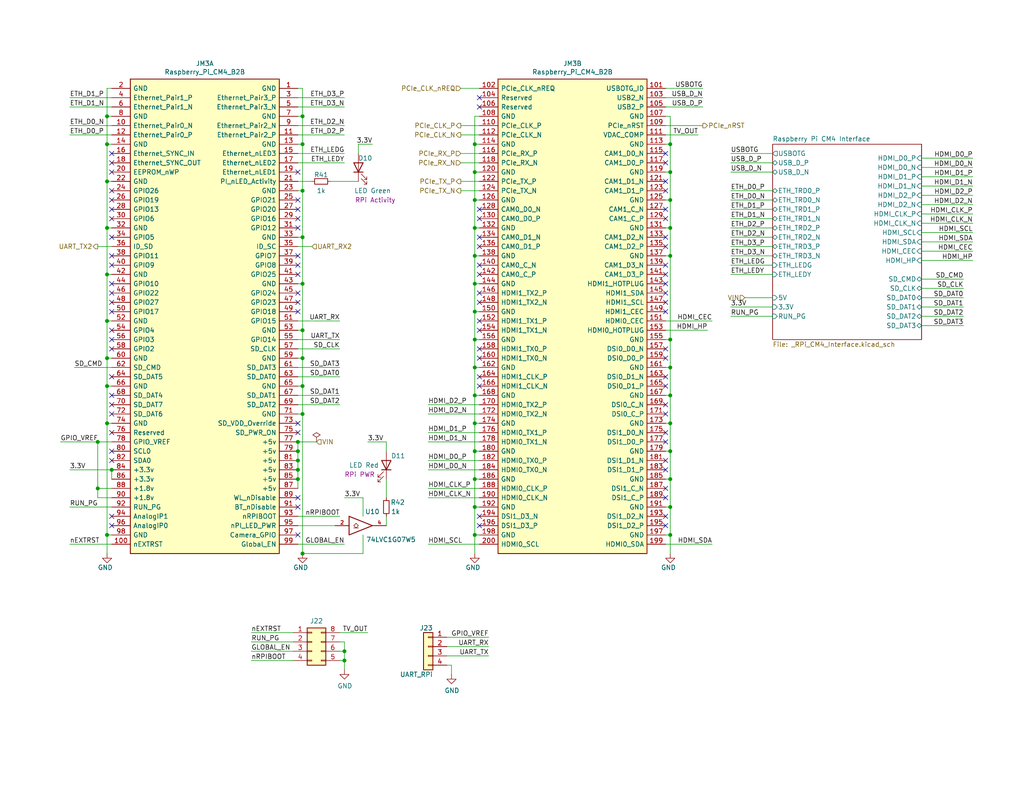
<source format=kicad_sch>
(kicad_sch (version 20211123) (generator eeschema)
  (paper "USLetter")
  (title_block (title "Raspberry Pi CM4 B2B connectors") (date "2021-05-13") (rev "1.0"))
  (lib_symbols
    (symbol "74xGxx:74LVC1G07" (pin_names (offset 1.016))
      (property "Reference" "U" (at -2.54 3.81 0))
      (property "Value" "74LVC1G07" (at 0 -3.81 0))
      (symbol "74LVC1G07_0_1"
        (polyline (pts (xy -2.54 -0.635) (xy -1.27 -0.635)))
        (polyline (pts (xy -3.81 2.54) (xy -3.81 -2.54) (xy 2.54 0) (xy -3.81 2.54)) (stroke (width 0.254)))
        (polyline (pts (xy -1.905 0.635) (xy -2.54 0) (xy -1.905 -0.635) (xy -1.27 0) (xy -1.905 0.635)))
      )
      (symbol "74LVC1G07_1_1"
        (pin input line (at -7.62 0 0) (length 3.81) (name "~") (number "2"))
        (pin power_in line (at 0 -2.54 270) (length 0) hide (name "GND") (number "3"))
        (pin open_collector line (at 6.35 0 180) (length 3.81) (name "~") (number "4"))
        (pin power_in line (at 0 2.54 90) (length 0) hide (name "VCC") (number "5"))
      )
    )
    (symbol "Connector_Generic:Conn_01x04" (pin_names (offset 1.016) hide)
      (property "Reference" "J" (at 0 5.08 0))
      (property "Value" "Conn_01x04" (at 0 -7.62 0))
      (symbol "Conn_01x04_1_1"
        (rectangle (start -1.27 -4.953) (end 0 -5.207) (stroke (width 0.1524)))
        (rectangle (start -1.27 -2.413) (end 0 -2.667) (stroke (width 0.1524)))
        (rectangle (start -1.27 0.127) (end 0 -0.127) (stroke (width 0.1524)))
        (rectangle (start -1.27 2.667) (end 0 2.413) (stroke (width 0.1524)))
        (rectangle (start -1.27 3.81) (end 1.27 -6.35) (stroke (width 0.254)) (fill (type background)))
        (pin passive line (at -5.08 2.54 0) (length 3.81) (name "Pin_1") (number "1"))
        (pin passive line (at -5.08 0 0) (length 3.81) (name "Pin_2") (number "2"))
        (pin passive line (at -5.08 -2.54 0) (length 3.81) (name "Pin_3") (number "3"))
        (pin passive line (at -5.08 -5.08 0) (length 3.81) (name "Pin_4") (number "4"))
      )
    )
    (symbol "Connector_Generic:Conn_02x04_Counter_Clockwise" (pin_names (offset 1.016) hide)
      (property "Reference" "J" (at 1.27 5.08 0))
      (property "Value" "Conn_02x04_Counter_Clockwise" (at 1.27 -7.62 0))
      (symbol "Conn_02x04_Counter_Clockwise_1_1"
        (rectangle (start -1.27 -4.953) (end 0 -5.207) (stroke (width 0.1524)))
        (rectangle (start -1.27 -2.413) (end 0 -2.667) (stroke (width 0.1524)))
        (rectangle (start -1.27 0.127) (end 0 -0.127) (stroke (width 0.1524)))
        (rectangle (start -1.27 2.667) (end 0 2.413) (stroke (width 0.1524)))
        (rectangle (start -1.27 3.81) (end 3.81 -6.35) (stroke (width 0.254)) (fill (type background)))
        (rectangle (start 3.81 -4.953) (end 2.54 -5.207) (stroke (width 0.1524)))
        (rectangle (start 3.81 -2.413) (end 2.54 -2.667) (stroke (width 0.1524)))
        (rectangle (start 3.81 0.127) (end 2.54 -0.127) (stroke (width 0.1524)))
        (rectangle (start 3.81 2.667) (end 2.54 2.413) (stroke (width 0.1524)))
        (pin passive line (at -5.08 2.54 0) (length 3.81) (name "Pin_1") (number "1"))
        (pin passive line (at -5.08 0 0) (length 3.81) (name "Pin_2") (number "2"))
        (pin passive line (at -5.08 -2.54 0) (length 3.81) (name "Pin_3") (number "3"))
        (pin passive line (at -5.08 -5.08 0) (length 3.81) (name "Pin_4") (number "4"))
        (pin passive line (at 7.62 -5.08 180) (length 3.81) (name "Pin_5") (number "5"))
        (pin passive line (at 7.62 -2.54 180) (length 3.81) (name "Pin_6") (number "6"))
        (pin passive line (at 7.62 0 180) (length 3.81) (name "Pin_7") (number "7"))
        (pin passive line (at 7.62 2.54 180) (length 3.81) (name "Pin_8") (number "8"))
      )
    )
    (symbol "Device:LED" (pin_numbers hide) (pin_names (offset 1.016) hide)
      (property "Reference" "D" (at 0 2.54 0))
      (property "Value" "LED" (at 0 -2.54 0))
      (symbol "LED_0_1"
        (polyline (pts (xy -1.27 -1.27) (xy -1.27 1.27)) (stroke (width 0.254)))
        (polyline (pts (xy -1.27 0) (xy 1.27 0)))
        (polyline (pts (xy 1.27 -1.27) (xy 1.27 1.27) (xy -1.27 0) (xy 1.27 -1.27)) (stroke (width 0.254)))
        (polyline (pts (xy -3.048 -0.762) (xy -4.572 -2.286) (xy -3.81 -2.286) (xy -4.572 -2.286) (xy -4.572 -1.524)))
        (polyline (pts (xy -1.778 -0.762) (xy -3.302 -2.286) (xy -2.54 -2.286) (xy -3.302 -2.286) (xy -3.302 -1.524)))
      )
      (symbol "LED_1_1"
        (pin passive line (at -3.81 0 0) (length 2.54) (name "K") (number "1"))
        (pin passive line (at 3.81 0 180) (length 2.54) (name "A") (number "2"))
      )
    )
    (symbol "Device:R_Small" (pin_numbers hide) (pin_names (offset 0.254) hide)
      (property "Reference" "R" (at 0.762 0.508 0))
      (property "Value" "R_Small" (at 0.762 -1.016 0))
      (symbol "R_Small_0_1"
        (rectangle (start -0.762 1.778) (end 0.762 -1.778) (stroke (width 0.2032)))
      )
      (symbol "R_Small_1_1"
        (pin passive line (at 0 2.54 270) (length 0.762) (name "~") (number "1"))
        (pin passive line (at 0 -2.54 90) (length 0.762) (name "~") (number "2"))
      )
    )
    (symbol "ProjectLib:Raspberry_Pi_CM4_B2B" (pin_names (offset 0.762))
      (property "Reference" "JM" (at 5.08 5.08 0))
      (property "Value" "Raspberry_Pi_CM4_B2B" (at 1.27 -128.27 0))
      (symbol "Raspberry_Pi_CM4_B2B_1_0"
        (rectangle (start 5.08 2.54) (end 45.72 -127) (stroke (width 0.254)) (fill (type background)))
      )
      (symbol "Raspberry_Pi_CM4_B2B_1_1"
        (pin power_in line (at 50.8 0 180) (length 5.08) (name "GND") (number "1"))
        (pin passive line (at 0 -10.16 0) (length 5.08) (name "Ethernet_Pair0_N") (number "10"))
        (pin output line (at 0 -124.46 0) (length 5.08) (name "nEXTRST") (number "100"))
        (pin passive line (at 50.8 -12.7 180) (length 5.08) (name "Ethernet_Pair2_P") (number "11"))
        (pin passive line (at 0 -12.7 0) (length 5.08) (name "Ethernet_Pair0_P") (number "12"))
        (pin power_in line (at 50.8 -15.24 180) (length 5.08) (name "GND") (number "13"))
        (pin power_in line (at 0 -15.24 0) (length 5.08) (name "GND") (number "14"))
        (pin open_collector line (at 50.8 -17.78 180) (length 5.08) (name "Ethernet_nLED3") (number "15"))
        (pin passive line (at 0 -17.78 0) (length 5.08) (name "Ethernet_SYNC_IN") (number "16"))
        (pin open_collector line (at 50.8 -20.32 180) (length 5.08) (name "Ethernet_nLED2") (number "17"))
        (pin passive line (at 0 -20.32 0) (length 5.08) (name "Ethernet_SYNC_OUT") (number "18"))
        (pin open_collector line (at 50.8 -22.86 180) (length 5.08) (name "Ethernet_nLED1") (number "19"))
        (pin power_in line (at 0 0 0) (length 5.08) (name "GND") (number "2"))
        (pin passive line (at 0 -22.86 0) (length 5.08) (name "EEPROM_nWP") (number "20"))
        (pin passive line (at 50.8 -25.4 180) (length 5.08) (name "PI_nLED_Activity") (number "21"))
        (pin power_in line (at 0 -25.4 0) (length 5.08) (name "GND") (number "22"))
        (pin power_in line (at 50.8 -27.94 180) (length 5.08) (name "GND") (number "23"))
        (pin passive line (at 0 -27.94 0) (length 5.08) (name "GPIO26") (number "24"))
        (pin passive line (at 50.8 -30.48 180) (length 5.08) (name "GPIO21") (number "25"))
        (pin passive line (at 0 -30.48 0) (length 5.08) (name "GPIO19") (number "26"))
        (pin passive line (at 50.8 -33.02 180) (length 5.08) (name "GPIO20") (number "27"))
        (pin passive line (at 0 -33.02 0) (length 5.08) (name "GPIO13") (number "28"))
        (pin passive line (at 50.8 -35.56 180) (length 5.08) (name "GPIO16") (number "29"))
        (pin passive line (at 50.8 -2.54 180) (length 5.08) (name "Ethernet_Pair3_P") (number "3"))
        (pin passive line (at 0 -35.56 0) (length 5.08) (name "GPIO6") (number "30"))
        (pin passive line (at 50.8 -38.1 180) (length 5.08) (name "GPIO12") (number "31"))
        (pin power_in line (at 0 -38.1 0) (length 5.08) (name "GND") (number "32"))
        (pin power_in line (at 50.8 -40.64 180) (length 5.08) (name "GND") (number "33"))
        (pin passive line (at 0 -40.64 0) (length 5.08) (name "GPIO5") (number "34"))
        (pin passive line (at 50.8 -43.18 180) (length 5.08) (name "ID_SC") (number "35"))
        (pin passive line (at 0 -43.18 0) (length 5.08) (name "ID_SD") (number "36"))
        (pin passive line (at 50.8 -45.72 180) (length 5.08) (name "GPIO7") (number "37"))
        (pin passive line (at 0 -45.72 0) (length 5.08) (name "GPIO11") (number "38"))
        (pin passive line (at 50.8 -48.26 180) (length 5.08) (name "GPIO8") (number "39"))
        (pin passive line (at 0 -2.54 0) (length 5.08) (name "Ethernet_Pair1_P") (number "4"))
        (pin passive line (at 0 -48.26 0) (length 5.08) (name "GPIO9") (number "40"))
        (pin passive line (at 50.8 -50.8 180) (length 5.08) (name "GPIO25") (number "41"))
        (pin power_in line (at 0 -50.8 0) (length 5.08) (name "GND") (number "42"))
        (pin power_in line (at 50.8 -53.34 180) (length 5.08) (name "GND") (number "43"))
        (pin passive line (at 0 -53.34 0) (length 5.08) (name "GPIO10") (number "44"))
        (pin passive line (at 50.8 -55.88 180) (length 5.08) (name "GPIO24") (number "45"))
        (pin passive line (at 0 -55.88 0) (length 5.08) (name "GPIO22") (number "46"))
        (pin passive line (at 50.8 -58.42 180) (length 5.08) (name "GPIO23") (number "47"))
        (pin passive line (at 0 -58.42 0) (length 5.08) (name "GPIO27") (number "48"))
        (pin passive line (at 50.8 -60.96 180) (length 5.08) (name "GPIO18") (number "49"))
        (pin passive line (at 50.8 -5.08 180) (length 5.08) (name "Ethernet_Pair3_N") (number "5"))
        (pin passive line (at 0 -60.96 0) (length 5.08) (name "GPIO17") (number "50"))
        (pin passive line (at 50.8 -63.5 180) (length 5.08) (name "GPIO15") (number "51"))
        (pin power_in line (at 0 -63.5 0) (length 5.08) (name "GND") (number "52"))
        (pin power_in line (at 50.8 -66.04 180) (length 5.08) (name "GND") (number "53"))
        (pin passive line (at 0 -66.04 0) (length 5.08) (name "GPIO4") (number "54"))
        (pin passive line (at 50.8 -68.58 180) (length 5.08) (name "GPIO14") (number "55"))
        (pin passive line (at 0 -68.58 0) (length 5.08) (name "GPIO3") (number "56"))
        (pin passive line (at 50.8 -71.12 180) (length 5.08) (name "SD_CLK") (number "57"))
        (pin passive line (at 0 -71.12 0) (length 5.08) (name "GPIO2") (number "58"))
        (pin power_in line (at 50.8 -73.66 180) (length 5.08) (name "GND") (number "59"))
        (pin passive line (at 0 -5.08 0) (length 5.08) (name "Ethernet_Pair1_N") (number "6"))
        (pin power_in line (at 0 -73.66 0) (length 5.08) (name "GND") (number "60"))
        (pin passive line (at 50.8 -76.2 180) (length 5.08) (name "SD_DAT3") (number "61"))
        (pin passive line (at 0 -76.2 0) (length 5.08) (name "SD_CMD") (number "62"))
        (pin passive line (at 50.8 -78.74 180) (length 5.08) (name "SD_DAT0") (number "63"))
        (pin passive line (at 0 -78.74 0) (length 5.08) (name "SD_DAT5") (number "64"))
        (pin power_in line (at 50.8 -81.28 180) (length 5.08) (name "GND") (number "65"))
        (pin power_in line (at 0 -81.28 0) (length 5.08) (name "GND") (number "66"))
        (pin passive line (at 50.8 -83.82 180) (length 5.08) (name "SD_DAT1") (number "67"))
        (pin passive line (at 0 -83.82 0) (length 5.08) (name "SD_DAT4") (number "68"))
        (pin passive line (at 50.8 -86.36 180) (length 5.08) (name "SD_DAT2") (number "69"))
        (pin power_in line (at 50.8 -7.62 180) (length 5.08) (name "GND") (number "7"))
        (pin passive line (at 0 -86.36 0) (length 5.08) (name "SD_DAT7") (number "70"))
        (pin power_in line (at 50.8 -88.9 180) (length 5.08) (name "GND") (number "71"))
        (pin passive line (at 0 -88.9 0) (length 5.08) (name "SD_DAT6") (number "72"))
        (pin passive line (at 50.8 -91.44 180) (length 5.08) (name "SD_VDD_Override") (number "73"))
        (pin power_in line (at 0 -91.44 0) (length 5.08) (name "GND") (number "74"))
        (pin passive line (at 50.8 -93.98 180) (length 5.08) (name "SD_PWR_ON") (number "75"))
        (pin passive line (at 0 -93.98 0) (length 5.08) (name "Reserved") (number "76"))
        (pin power_in line (at 50.8 -96.52 180) (length 5.08) (name "+5v") (number "77"))
        (pin input line (at 0 -96.52 0) (length 5.08) (name "GPIO_VREF") (number "78"))
        (pin power_in line (at 50.8 -99.06 180) (length 5.08) (name "+5v") (number "79"))
        (pin power_in line (at 0 -7.62 0) (length 5.08) (name "GND") (number "8"))
        (pin passive line (at 0 -99.06 0) (length 5.08) (name "SCL0") (number "80"))
        (pin power_in line (at 50.8 -101.6 180) (length 5.08) (name "+5v") (number "81"))
        (pin passive line (at 0 -101.6 0) (length 5.08) (name "SDA0") (number "82"))
        (pin power_in line (at 50.8 -104.14 180) (length 5.08) (name "+5v") (number "83"))
        (pin power_out line (at 0 -104.14 0) (length 5.08) (name "+3.3v") (number "84"))
        (pin power_in line (at 50.8 -106.68 180) (length 5.08) (name "+5v") (number "85"))
        (pin passive line (at 0 -106.68 0) (length 5.08) (name "+3.3v") (number "86"))
        (pin power_in line (at 50.8 -109.22 180) (length 5.08) (name "+5v") (number "87"))
        (pin power_out line (at 0 -109.22 0) (length 5.08) (name "+1.8v") (number "88"))
        (pin passive line (at 50.8 -111.76 180) (length 5.08) (name "WL_nDisable") (number "89"))
        (pin passive line (at 50.8 -10.16 180) (length 5.08) (name "Ethernet_Pair2_N") (number "9"))
        (pin passive line (at 0 -111.76 0) (length 5.08) (name "+1.8v") (number "90"))
        (pin passive line (at 50.8 -114.3 180) (length 5.08) (name "BT_nDisable") (number "91"))
        (pin passive line (at 0 -114.3 0) (length 5.08) (name "RUN_PG") (number "92"))
        (pin passive line (at 50.8 -116.84 180) (length 5.08) (name "nRPIBOOT") (number "93"))
        (pin passive line (at 0 -116.84 0) (length 5.08) (name "AnalogIP1") (number "94"))
        (pin passive line (at 50.8 -119.38 180) (length 5.08) (name "nPI_LED_PWR") (number "95"))
        (pin passive line (at 0 -119.38 0) (length 5.08) (name "AnalogIP0") (number "96"))
        (pin passive line (at 50.8 -121.92 180) (length 5.08) (name "Camera_GPIO") (number "97"))
        (pin power_in line (at 0 -121.92 0) (length 5.08) (name "GND") (number "98"))
        (pin passive line (at 50.8 -124.46 180) (length 5.08) (name "Global_EN") (number "99"))
      )
      (symbol "Raspberry_Pi_CM4_B2B_2_0"
        (rectangle (start 5.08 2.54) (end 45.72 -127) (stroke (width 0.254)) (fill (type background)))
      )
      (symbol "Raspberry_Pi_CM4_B2B_2_1"
        (pin input line (at 50.8 0 180) (length 5.08) (name "USBOTG_ID") (number "101"))
        (pin input line (at 0 0 0) (length 5.08) (name "PCIe_CLK_nREQ") (number "102"))
        (pin passive line (at 50.8 -2.54 180) (length 5.08) (name "USB2_N") (number "103"))
        (pin passive line (at 0 -2.54 0) (length 5.08) (name "Reserved") (number "104"))
        (pin passive line (at 50.8 -5.08 180) (length 5.08) (name "USB2_P") (number "105"))
        (pin passive line (at 0 -5.08 0) (length 5.08) (name "Reserved") (number "106"))
        (pin power_in line (at 50.8 -7.62 180) (length 5.08) (name "GND") (number "107"))
        (pin power_in line (at 0 -7.62 0) (length 5.08) (name "GND") (number "108"))
        (pin input line (at 50.8 -10.16 180) (length 5.08) (name "PCIe_nRST") (number "109"))
        (pin output line (at 0 -10.16 0) (length 5.08) (name "PCIe_CLK_P") (number "110"))
        (pin passive line (at 50.8 -12.7 180) (length 5.08) (name "VDAC_COMP") (number "111"))
        (pin output line (at 0 -12.7 0) (length 5.08) (name "PCIe_CLK_N") (number "112"))
        (pin power_in line (at 50.8 -15.24 180) (length 5.08) (name "GND") (number "113"))
        (pin power_in line (at 0 -15.24 0) (length 5.08) (name "GND") (number "114"))
        (pin input line (at 50.8 -17.78 180) (length 5.08) (name "CAM1_D0_N") (number "115"))
        (pin input line (at 0 -17.78 0) (length 5.08) (name "PCIe_RX_P") (number "116"))
        (pin input line (at 50.8 -20.32 180) (length 5.08) (name "CAM1_D0_P") (number "117"))
        (pin input line (at 0 -20.32 0) (length 5.08) (name "PCIe_RX_N") (number "118"))
        (pin power_in line (at 50.8 -22.86 180) (length 5.08) (name "GND") (number "119"))
        (pin power_in line (at 0 -22.86 0) (length 5.08) (name "GND") (number "120"))
        (pin input line (at 50.8 -25.4 180) (length 5.08) (name "CAM1_D1_N") (number "121"))
        (pin output line (at 0 -25.4 0) (length 5.08) (name "PCIe_TX_P") (number "122"))
        (pin input line (at 50.8 -27.94 180) (length 5.08) (name "CAM1_D1_P") (number "123"))
        (pin output line (at 0 -27.94 0) (length 5.08) (name "PCIe_TX_N") (number "124"))
        (pin power_in line (at 50.8 -30.48 180) (length 5.08) (name "GND") (number "125"))
        (pin power_in line (at 0 -30.48 0) (length 5.08) (name "GND") (number "126"))
        (pin output line (at 50.8 -33.02 180) (length 5.08) (name "CAM1_C_N") (number "127"))
        (pin passive line (at 0 -33.02 0) (length 5.08) (name "CAM0_D0_N") (number "128"))
        (pin output line (at 50.8 -35.56 180) (length 5.08) (name "CAM1_C_P") (number "129"))
        (pin passive line (at 0 -35.56 0) (length 5.08) (name "CAM0_D0_P") (number "130"))
        (pin power_in line (at 50.8 -38.1 180) (length 5.08) (name "GND") (number "131"))
        (pin power_in line (at 0 -38.1 0) (length 5.08) (name "GND") (number "132"))
        (pin input line (at 50.8 -40.64 180) (length 5.08) (name "CAM1_D2_N") (number "133"))
        (pin passive line (at 0 -40.64 0) (length 5.08) (name "CAM0_D1_N") (number "134"))
        (pin input line (at 50.8 -43.18 180) (length 5.08) (name "CAM1_D2_P") (number "135"))
        (pin passive line (at 0 -43.18 0) (length 5.08) (name "CAM0_D1_P") (number "136"))
        (pin power_in line (at 50.8 -45.72 180) (length 5.08) (name "GND") (number "137"))
        (pin power_in line (at 0 -45.72 0) (length 5.08) (name "GND") (number "138"))
        (pin input line (at 50.8 -48.26 180) (length 5.08) (name "CAM1_D3_N") (number "139"))
        (pin passive line (at 0 -48.26 0) (length 5.08) (name "CAM0_C_N") (number "140"))
        (pin input line (at 50.8 -50.8 180) (length 5.08) (name "CAM1_D3_P") (number "141"))
        (pin passive line (at 0 -50.8 0) (length 5.08) (name "CAM0_C_P") (number "142"))
        (pin passive line (at 50.8 -53.34 180) (length 5.08) (name "HDMI1_HOTPLUG") (number "143"))
        (pin power_in line (at 0 -53.34 0) (length 5.08) (name "GND") (number "144"))
        (pin output line (at 50.8 -55.88 180) (length 5.08) (name "HDMI1_SDA") (number "145"))
        (pin passive line (at 0 -55.88 0) (length 5.08) (name "HDMI1_TX2_P") (number "146"))
        (pin output line (at 50.8 -58.42 180) (length 5.08) (name "HDMI1_SCL") (number "147"))
        (pin passive line (at 0 -58.42 0) (length 5.08) (name "HDMI1_TX2_N") (number "148"))
        (pin passive line (at 50.8 -60.96 180) (length 5.08) (name "HDMI1_CEC") (number "149"))
        (pin power_in line (at 0 -60.96 0) (length 5.08) (name "GND") (number "150"))
        (pin passive line (at 50.8 -63.5 180) (length 5.08) (name "HDMI0_CEC") (number "151"))
        (pin passive line (at 0 -63.5 0) (length 5.08) (name "HDMI1_TX1_P") (number "152"))
        (pin passive line (at 50.8 -66.04 180) (length 5.08) (name "HDMI0_HOTPLUG") (number "153"))
        (pin passive line (at 0 -66.04 0) (length 5.08) (name "HDMI1_TX1_N") (number "154"))
        (pin power_in line (at 50.8 -68.58 180) (length 5.08) (name "GND") (number "155"))
        (pin power_in line (at 0 -68.58 0) (length 5.08) (name "GND") (number "156"))
        (pin output line (at 50.8 -71.12 180) (length 5.08) (name "DSI0_D0_N") (number "157"))
        (pin passive line (at 0 -71.12 0) (length 5.08) (name "HDMI1_TX0_P") (number "158"))
        (pin output line (at 50.8 -73.66 180) (length 5.08) (name "DSI0_D0_P") (number "159"))
        (pin passive line (at 0 -73.66 0) (length 5.08) (name "HDMI1_TX0_N") (number "160"))
        (pin power_in line (at 50.8 -76.2 180) (length 5.08) (name "GND") (number "161"))
        (pin power_in line (at 0 -76.2 0) (length 5.08) (name "GND") (number "162"))
        (pin output line (at 50.8 -78.74 180) (length 5.08) (name "DSI0_D1_N") (number "163"))
        (pin passive line (at 0 -78.74 0) (length 5.08) (name "HDMI1_CLK_P") (number "164"))
        (pin output line (at 50.8 -81.28 180) (length 5.08) (name "DSI0_D1_P") (number "165"))
        (pin passive line (at 0 -81.28 0) (length 5.08) (name "HDMI1_CLK_N") (number "166"))
        (pin power_in line (at 50.8 -83.82 180) (length 5.08) (name "GND") (number "167"))
        (pin power_in line (at 0 -83.82 0) (length 5.08) (name "GND") (number "168"))
        (pin output line (at 50.8 -86.36 180) (length 5.08) (name "DSI0_C_N") (number "169"))
        (pin output line (at 0 -86.36 0) (length 5.08) (name "HDMI0_TX2_P") (number "170"))
        (pin output line (at 50.8 -88.9 180) (length 5.08) (name "DSI0_C_P") (number "171"))
        (pin output line (at 0 -88.9 0) (length 5.08) (name "HDMI0_TX2_N") (number "172"))
        (pin power_in line (at 50.8 -91.44 180) (length 5.08) (name "GND") (number "173"))
        (pin power_in line (at 0 -91.44 0) (length 5.08) (name "GND") (number "174"))
        (pin output line (at 50.8 -93.98 180) (length 5.08) (name "DSI1_D0_N") (number "175"))
        (pin output line (at 0 -93.98 0) (length 5.08) (name "HDMI0_TX1_P") (number "176"))
        (pin output line (at 50.8 -96.52 180) (length 5.08) (name "DSI1_D0_P") (number "177"))
        (pin output line (at 0 -96.52 0) (length 5.08) (name "HDMI0_TX1_N") (number "178"))
        (pin power_in line (at 50.8 -99.06 180) (length 5.08) (name "GND") (number "179"))
        (pin power_in line (at 0 -99.06 0) (length 5.08) (name "GND") (number "180"))
        (pin output line (at 50.8 -101.6 180) (length 5.08) (name "DSI1_D1_N") (number "181"))
        (pin output line (at 0 -101.6 0) (length 5.08) (name "HDMI0_TX0_P") (number "182"))
        (pin output line (at 50.8 -104.14 180) (length 5.08) (name "DSI1_D1_P") (number "183"))
        (pin output line (at 0 -104.14 0) (length 5.08) (name "HDMI0_TX0_N") (number "184"))
        (pin power_in line (at 50.8 -106.68 180) (length 5.08) (name "GND") (number "185"))
        (pin power_in line (at 0 -106.68 0) (length 5.08) (name "GND") (number "186"))
        (pin output line (at 50.8 -109.22 180) (length 5.08) (name "DSI1_C_N") (number "187"))
        (pin output line (at 0 -109.22 0) (length 5.08) (name "HDMI0_CLK_P") (number "188"))
        (pin output line (at 50.8 -111.76 180) (length 5.08) (name "DSI1_C_P") (number "189"))
        (pin output line (at 0 -111.76 0) (length 5.08) (name "HDMI0_CLK_N") (number "190"))
        (pin power_in line (at 50.8 -114.3 180) (length 5.08) (name "GND") (number "191"))
        (pin power_in line (at 0 -114.3 0) (length 5.08) (name "GND") (number "192"))
        (pin output line (at 50.8 -116.84 180) (length 5.08) (name "DSI1_D2_N") (number "193"))
        (pin output line (at 0 -116.84 0) (length 5.08) (name "DSI1_D3_N") (number "194"))
        (pin output line (at 50.8 -119.38 180) (length 5.08) (name "DSI1_D2_P") (number "195"))
        (pin output line (at 0 -119.38 0) (length 5.08) (name "DSI1_D3_P") (number "196"))
        (pin power_in line (at 50.8 -121.92 180) (length 5.08) (name "GND") (number "197"))
        (pin power_in line (at 0 -121.92 0) (length 5.08) (name "GND") (number "198"))
        (pin output line (at 50.8 -124.46 180) (length 5.08) (name "HDMI0_SDA") (number "199"))
        (pin output line (at 0 -124.46 0) (length 5.08) (name "HDMI0_SCL") (number "200"))
      )
    )
    (symbol "power:GND" (power) (pin_names (offset 0))
      (property "Value" "GND" (at 0 -3.81 0))
      (symbol "GND_0_1"
        (polyline (pts (xy 0 0) (xy 0 -1.27) (xy 1.27 -1.27) (xy 0 -2.54) (xy -1.27 -1.27) (xy 0 -1.27)))
      )
      (symbol "GND_1_1"
        (pin power_in line (at 0 0 270) (length 0) hide (name "GND") (number "1"))
      )
    )
    (symbol "power:PWR_FLAG" (power) (pin_numbers hide) (pin_names (offset 0) hide)
      (property "Value" "PWR_FLAG" (at 0 3.81 0))
      (symbol "PWR_FLAG_0_0"
        (pin power_out line (at 0 0 90) (length 0) (name "pwr") (number "1"))
      )
      (symbol "PWR_FLAG_0_1"
        (polyline (pts (xy 0 0) (xy 0 1.27) (xy -1.016 1.905) (xy 0 2.54) (xy 1.016 1.905) (xy 0 1.27)))
      )
    )
  )
  (junction (at 129.54 69.85))
  (junction (at 82.55 31.75))
  (junction (at 129.54 146.05))
  (junction (at 182.88 146.05))
  (junction (at 26.67 120.65))
  (junction (at 93.98 180.34))
  (junction (at 82.55 113.03))
  (junction (at 26.67 133.35))
  (junction (at 81.28 123.19))
  (junction (at 182.88 62.23))
  (junction (at 81.28 120.65))
  (junction (at 129.54 85.09))
  (junction (at 29.21 97.79))
  (junction (at 182.88 100.33))
  (junction (at 182.88 138.43))
  (junction (at 82.55 52.07))
  (junction (at 81.28 130.81))
  (junction (at 182.88 92.71))
  (junction (at 182.88 123.19))
  (junction (at 182.88 115.57))
  (junction (at 29.21 62.23))
  (junction (at 129.54 92.71))
  (junction (at 182.88 69.85))
  (junction (at 129.54 130.81))
  (junction (at 129.54 115.57))
  (junction (at 82.55 90.17))
  (junction (at 30.48 128.27))
  (junction (at 29.21 49.53))
  (junction (at 129.54 138.43))
  (junction (at 29.21 31.75))
  (junction (at 129.54 100.33))
  (junction (at 129.54 123.19))
  (junction (at 82.55 105.41))
  (junction (at 81.28 125.73))
  (junction (at 82.55 77.47))
  (junction (at 81.28 128.27))
  (junction (at 129.54 107.95))
  (junction (at 82.55 151.13))
  (junction (at 182.88 130.81))
  (junction (at 29.21 74.93))
  (junction (at 82.55 64.77))
  (junction (at 82.55 97.79))
  (junction (at 82.55 39.37))
  (junction (at 29.21 87.63))
  (junction (at 29.21 39.37))
  (junction (at 129.54 62.23))
  (junction (at 129.54 77.47))
  (junction (at 182.88 39.37))
  (junction (at 93.98 177.8))
  (junction (at 182.88 54.61))
  (junction (at 29.21 146.05))
  (junction (at 29.21 115.57))
  (junction (at 129.54 54.61))
  (junction (at 29.21 105.41))
  (junction (at 129.54 46.99))
  (junction (at 182.88 46.99))
  (junction (at 182.88 107.95))
  (junction (at 129.54 39.37))
  (no_connect (at 130.81 29.21))
  (no_connect (at 30.48 110.49))
  (no_connect (at 30.48 46.99))
  (no_connect (at 181.61 113.03))
  (no_connect (at 130.81 74.93))
  (no_connect (at 30.48 69.85))
  (no_connect (at 81.28 146.05))
  (no_connect (at 81.28 72.39))
  (no_connect (at 181.61 44.45))
  (no_connect (at 181.61 128.27))
  (no_connect (at 30.48 59.69))
  (no_connect (at 181.61 125.73))
  (no_connect (at 181.61 135.89))
  (no_connect (at 181.61 77.47))
  (no_connect (at 81.28 46.99))
  (no_connect (at 30.48 57.15))
  (no_connect (at 30.48 140.97))
  (no_connect (at 30.48 107.95))
  (no_connect (at 130.81 95.25))
  (no_connect (at 130.81 97.79))
  (no_connect (at 181.61 80.01))
  (no_connect (at 130.81 67.31))
  (no_connect (at 181.61 95.25))
  (no_connect (at 130.81 140.97))
  (no_connect (at 181.61 133.35))
  (no_connect (at 181.61 85.09))
  (no_connect (at 130.81 105.41))
  (no_connect (at 181.61 67.31))
  (no_connect (at 81.28 54.61))
  (no_connect (at 181.61 82.55))
  (no_connect (at 130.81 80.01))
  (no_connect (at 30.48 72.39))
  (no_connect (at 130.81 102.87))
  (no_connect (at 181.61 52.07))
  (no_connect (at 81.28 85.09))
  (no_connect (at 81.28 74.93))
  (no_connect (at 130.81 87.63))
  (no_connect (at 181.61 140.97))
  (no_connect (at 81.28 80.01))
  (no_connect (at 30.48 143.51))
  (no_connect (at 30.48 52.07))
  (no_connect (at 30.48 125.73))
  (no_connect (at 130.81 57.15))
  (no_connect (at 81.28 115.57))
  (no_connect (at 181.61 102.87))
  (no_connect (at 130.81 26.67))
  (no_connect (at 181.61 143.51))
  (no_connect (at 81.28 138.43))
  (no_connect (at 181.61 118.11))
  (no_connect (at 81.28 135.89))
  (no_connect (at 30.48 80.01))
  (no_connect (at 30.48 95.25))
  (no_connect (at 81.28 62.23))
  (no_connect (at 30.48 113.03))
  (no_connect (at 81.28 118.11))
  (no_connect (at 81.28 82.55))
  (no_connect (at 130.81 72.39))
  (no_connect (at 181.61 97.79))
  (no_connect (at 181.61 120.65))
  (no_connect (at 181.61 59.69))
  (no_connect (at 181.61 41.91))
  (no_connect (at 30.48 118.11))
  (no_connect (at 30.48 44.45))
  (no_connect (at 30.48 90.17))
  (no_connect (at 30.48 82.55))
  (no_connect (at 81.28 69.85))
  (no_connect (at 81.28 59.69))
  (no_connect (at 130.81 143.51))
  (no_connect (at 30.48 92.71))
  (no_connect (at 130.81 82.55))
  (no_connect (at 181.61 49.53))
  (no_connect (at 30.48 77.47))
  (no_connect (at 181.61 72.39))
  (no_connect (at 81.28 57.15))
  (no_connect (at 181.61 110.49))
  (no_connect (at 181.61 105.41))
  (no_connect (at 130.81 90.17))
  (no_connect (at 30.48 123.19))
  (no_connect (at 30.48 102.87))
  (no_connect (at 30.48 41.91))
  (no_connect (at 30.48 54.61))
  (no_connect (at 130.81 64.77))
  (no_connect (at 30.48 64.77))
  (no_connect (at 130.81 59.69))
  (no_connect (at 181.61 57.15))
  (no_connect (at 181.61 74.93))
  (no_connect (at 30.48 85.09))
  (no_connect (at 181.61 64.77))
  (wire (pts (xy 30.48 62.23) (xy 29.21 62.23)))
  (wire (pts (xy 199.39 59.69) (xy 210.82 59.69)))
  (wire (pts (xy 30.48 135.89) (xy 26.67 135.89)))
  (wire (pts (xy 129.54 123.19) (xy 129.54 115.57)))
  (wire (pts (xy 20.32 100.33) (xy 30.48 100.33)))
  (wire (pts (xy 210.82 57.15) (xy 199.39 57.15)))
  (wire (pts (xy 129.54 46.99) (xy 130.81 46.99)))
  (wire (pts (xy 82.55 39.37) (xy 81.28 39.37)))
  (wire (pts (xy 193.04 90.17) (xy 181.61 90.17)))
  (wire (pts (xy 100.33 120.65) (xy 105.41 120.65)))
  (wire (pts (xy 68.58 175.26) (xy 80.01 175.26)))
  (wire (pts (xy 182.88 100.33) (xy 182.88 92.71)))
  (wire (pts (xy 182.88 62.23) (xy 182.88 54.61)))
  (wire (pts (xy 191.77 29.21) (xy 181.61 29.21)))
  (wire (pts (xy 181.61 115.57) (xy 182.88 115.57)))
  (wire (pts (xy 125.73 24.13) (xy 130.81 24.13)))
  (wire (pts (xy 181.61 130.81) (xy 182.88 130.81)))
  (wire (pts (xy 129.54 54.61) (xy 129.54 46.99)))
  (wire (pts (xy 129.54 31.75) (xy 130.81 31.75)))
  (wire (pts (xy 82.55 31.75) (xy 81.28 31.75)))
  (wire (pts (xy 181.61 123.19) (xy 182.88 123.19)))
  (wire (pts (xy 29.21 97.79) (xy 29.21 87.63)))
  (wire (pts (xy 129.54 69.85) (xy 129.54 62.23)))
  (wire (pts (xy 130.81 85.09) (xy 129.54 85.09)))
  (wire (pts (xy 123.19 181.61) (xy 121.92 181.61)))
  (wire (pts (xy 92.71 107.95) (xy 81.28 107.95)))
  (wire (pts (xy 199.39 74.93) (xy 210.82 74.93)))
  (wire (pts (xy 82.55 77.47) (xy 81.28 77.47)))
  (wire (pts (xy 81.28 120.65) (xy 86.36 120.65)))
  (wire (pts (xy 82.55 151.13) (xy 99.06 151.13)))
  (wire (pts (xy 30.48 39.37) (xy 29.21 39.37)))
  (wire (pts (xy 99.06 135.89) (xy 99.06 140.97)))
  (wire (pts (xy 133.35 176.53) (xy 121.92 176.53)))
  (wire (pts (xy 82.55 97.79) (xy 82.55 105.41)))
  (wire (pts (xy 30.48 67.31) (xy 26.67 67.31)))
  (wire (pts (xy 199.39 64.77) (xy 210.82 64.77)))
  (wire (pts (xy 85.09 49.53) (xy 81.28 49.53)))
  (wire (pts (xy 129.54 92.71) (xy 129.54 85.09)))
  (wire (pts (xy 93.98 36.83) (xy 81.28 36.83)))
  (wire (pts (xy 68.58 172.72) (xy 80.01 172.72)))
  (wire (pts (xy 26.67 133.35) (xy 30.48 133.35)))
  (wire (pts (xy 19.05 34.29) (xy 30.48 34.29)))
  (wire (pts (xy 81.28 92.71) (xy 92.71 92.71)))
  (wire (pts (xy 130.81 107.95) (xy 129.54 107.95)))
  (wire (pts (xy 81.28 130.81) (xy 81.28 133.35)))
  (wire (pts (xy 93.98 44.45) (xy 81.28 44.45)))
  (wire (pts (xy 130.81 130.81) (xy 129.54 130.81)))
  (wire (pts (xy 82.55 105.41) (xy 81.28 105.41)))
  (wire (pts (xy 251.46 60.96) (xy 265.43 60.96)))
  (wire (pts (xy 81.28 143.51) (xy 91.44 143.51)))
  (wire (pts (xy 81.28 148.59) (xy 93.98 148.59)))
  (wire (pts (xy 130.81 77.47) (xy 129.54 77.47)))
  (wire (pts (xy 182.88 39.37) (xy 181.61 39.37)))
  (wire (pts (xy 30.48 130.81) (xy 30.48 128.27)))
  (wire (pts (xy 130.81 135.89) (xy 116.84 135.89)))
  (wire (pts (xy 251.46 53.34) (xy 265.43 53.34)))
  (wire (pts (xy 26.67 120.65) (xy 26.67 133.35)))
  (wire (pts (xy 82.55 113.03) (xy 82.55 151.13)))
  (wire (pts (xy 19.05 36.83) (xy 30.48 36.83)))
  (wire (pts (xy 81.28 140.97) (xy 92.71 140.97)))
  (wire (pts (xy 82.55 97.79) (xy 81.28 97.79)))
  (wire (pts (xy 129.54 146.05) (xy 129.54 138.43)))
  (wire (pts (xy 199.39 41.91) (xy 210.82 41.91)))
  (wire (pts (xy 30.48 138.43) (xy 19.05 138.43)))
  (wire (pts (xy 181.61 87.63) (xy 194.31 87.63)))
  (wire (pts (xy 251.46 50.8) (xy 265.43 50.8)))
  (wire (pts (xy 199.39 72.39) (xy 210.82 72.39)))
  (wire (pts (xy 130.81 123.19) (xy 129.54 123.19)))
  (wire (pts (xy 81.28 125.73) (xy 81.28 128.27)))
  (wire (pts (xy 262.89 88.9) (xy 251.46 88.9)))
  (wire (pts (xy 251.46 58.42) (xy 265.43 58.42)))
  (wire (pts (xy 130.81 113.03) (xy 116.84 113.03)))
  (wire (pts (xy 251.46 55.88) (xy 265.43 55.88)))
  (wire (pts (xy 203.2 81.28) (xy 210.82 81.28)))
  (wire (pts (xy 210.82 52.07) (xy 199.39 52.07)))
  (wire (pts (xy 181.61 107.95) (xy 182.88 107.95)))
  (wire (pts (xy 199.39 46.99) (xy 210.82 46.99)))
  (wire (pts (xy 92.71 175.26) (xy 93.98 175.26)))
  (wire (pts (xy 182.88 130.81) (xy 182.88 123.19)))
  (wire (pts (xy 129.54 151.13) (xy 129.54 146.05)))
  (wire (pts (xy 29.21 105.41) (xy 29.21 97.79)))
  (wire (pts (xy 92.71 180.34) (xy 93.98 180.34)))
  (wire (pts (xy 130.81 110.49) (xy 116.84 110.49)))
  (wire (pts (xy 130.81 148.59) (xy 116.84 148.59)))
  (wire (pts (xy 262.89 81.28) (xy 251.46 81.28)))
  (wire (pts (xy 29.21 24.13) (xy 30.48 24.13)))
  (wire (pts (xy 130.81 115.57) (xy 129.54 115.57)))
  (wire (pts (xy 30.48 97.79) (xy 29.21 97.79)))
  (wire (pts (xy 123.19 184.15) (xy 123.19 181.61)))
  (wire (pts (xy 29.21 49.53) (xy 30.48 49.53)))
  (wire (pts (xy 30.48 120.65) (xy 26.67 120.65)))
  (wire (pts (xy 182.88 31.75) (xy 182.88 39.37)))
  (wire (pts (xy 105.41 140.97) (xy 105.41 143.51)))
  (wire (pts (xy 191.77 24.13) (xy 181.61 24.13)))
  (wire (pts (xy 129.54 85.09) (xy 129.54 77.47)))
  (wire (pts (xy 181.61 26.67) (xy 191.77 26.67)))
  (wire (pts (xy 130.81 125.73) (xy 116.84 125.73)))
  (wire (pts (xy 92.71 172.72) (xy 100.33 172.72)))
  (wire (pts (xy 97.79 49.53) (xy 90.17 49.53)))
  (wire (pts (xy 130.81 133.35) (xy 116.84 133.35)))
  (wire (pts (xy 210.82 62.23) (xy 199.39 62.23)))
  (wire (pts (xy 30.48 128.27) (xy 19.05 128.27)))
  (wire (pts (xy 81.28 24.13) (xy 82.55 24.13)))
  (wire (pts (xy 82.55 31.75) (xy 82.55 39.37)))
  (wire (pts (xy 262.89 78.74) (xy 251.46 78.74)))
  (wire (pts (xy 129.54 46.99) (xy 129.54 39.37)))
  (wire (pts (xy 130.81 100.33) (xy 129.54 100.33)))
  (wire (pts (xy 29.21 49.53) (xy 29.21 39.37)))
  (wire (pts (xy 130.81 138.43) (xy 129.54 138.43)))
  (wire (pts (xy 181.61 92.71) (xy 182.88 92.71)))
  (wire (pts (xy 82.55 90.17) (xy 81.28 90.17)))
  (wire (pts (xy 68.58 180.34) (xy 80.01 180.34)))
  (wire (pts (xy 19.05 29.21) (xy 30.48 29.21)))
  (wire (pts (xy 130.81 92.71) (xy 129.54 92.71)))
  (wire (pts (xy 130.81 62.23) (xy 129.54 62.23)))
  (wire (pts (xy 210.82 67.31) (xy 199.39 67.31)))
  (wire (pts (xy 130.81 69.85) (xy 129.54 69.85)))
  (wire (pts (xy 81.28 87.63) (xy 92.71 87.63)))
  (wire (pts (xy 29.21 115.57) (xy 29.21 146.05)))
  (wire (pts (xy 81.28 123.19) (xy 81.28 125.73)))
  (wire (pts (xy 182.88 69.85) (xy 182.88 62.23)))
  (wire (pts (xy 125.73 52.07) (xy 130.81 52.07)))
  (wire (pts (xy 129.54 130.81) (xy 129.54 123.19)))
  (wire (pts (xy 129.54 115.57) (xy 129.54 107.95)))
  (wire (pts (xy 251.46 48.26) (xy 265.43 48.26)))
  (wire (pts (xy 182.88 107.95) (xy 182.88 100.33)))
  (wire (pts (xy 125.73 49.53) (xy 130.81 49.53)))
  (wire (pts (xy 262.89 76.2) (xy 251.46 76.2)))
  (wire (pts (xy 82.55 105.41) (xy 82.55 113.03)))
  (wire (pts (xy 92.71 102.87) (xy 81.28 102.87)))
  (wire (pts (xy 130.81 128.27) (xy 116.84 128.27)))
  (wire (pts (xy 30.48 146.05) (xy 29.21 146.05)))
  (wire (pts (xy 93.98 180.34) (xy 93.98 177.8)))
  (wire (pts (xy 182.88 46.99) (xy 181.61 46.99)))
  (wire (pts (xy 191.77 34.29) (xy 181.61 34.29)))
  (wire (pts (xy 129.54 54.61) (xy 130.81 54.61)))
  (wire (pts (xy 82.55 90.17) (xy 82.55 97.79)))
  (wire (pts (xy 82.55 77.47) (xy 82.55 90.17)))
  (wire (pts (xy 129.54 39.37) (xy 130.81 39.37)))
  (wire (pts (xy 30.48 31.75) (xy 29.21 31.75)))
  (wire (pts (xy 30.48 87.63) (xy 29.21 87.63)))
  (wire (pts (xy 92.71 100.33) (xy 81.28 100.33)))
  (wire (pts (xy 130.81 120.65) (xy 116.84 120.65)))
  (wire (pts (xy 129.54 77.47) (xy 129.54 69.85)))
  (wire (pts (xy 16.51 120.65) (xy 26.67 120.65)))
  (wire (pts (xy 93.98 177.8) (xy 93.98 175.26)))
  (wire (pts (xy 82.55 52.07) (xy 82.55 64.77)))
  (wire (pts (xy 29.21 31.75) (xy 29.21 24.13)))
  (wire (pts (xy 101.6 39.37) (xy 97.79 39.37)))
  (wire (pts (xy 82.55 64.77) (xy 82.55 77.47)))
  (wire (pts (xy 82.55 39.37) (xy 82.55 52.07)))
  (wire (pts (xy 29.21 151.13) (xy 29.21 146.05)))
  (wire (pts (xy 30.48 74.93) (xy 29.21 74.93)))
  (wire (pts (xy 251.46 45.72) (xy 265.43 45.72)))
  (wire (pts (xy 92.71 95.25) (xy 81.28 95.25)))
  (wire (pts (xy 81.28 130.81) (xy 81.28 128.27)))
  (wire (pts (xy 29.21 87.63) (xy 29.21 74.93)))
  (wire (pts (xy 29.21 62.23) (xy 29.21 49.53)))
  (wire (pts (xy 81.28 120.65) (xy 81.28 123.19)))
  (wire (pts (xy 93.98 135.89) (xy 99.06 135.89)))
  (wire (pts (xy 93.98 182.88) (xy 93.98 180.34)))
  (wire (pts (xy 105.41 130.81) (xy 105.41 135.89)))
  (wire (pts (xy 125.73 34.29) (xy 130.81 34.29)))
  (wire (pts (xy 29.21 105.41) (xy 29.21 115.57)))
  (wire (pts (xy 210.82 83.82) (xy 199.39 83.82)))
  (wire (pts (xy 129.54 39.37) (xy 129.54 31.75)))
  (wire (pts (xy 82.55 52.07) (xy 81.28 52.07)))
  (wire (pts (xy 182.88 146.05) (xy 182.88 138.43)))
  (wire (pts (xy 93.98 29.21) (xy 81.28 29.21)))
  (wire (pts (xy 251.46 68.58) (xy 265.43 68.58)))
  (wire (pts (xy 80.01 177.8) (xy 68.58 177.8)))
  (wire (pts (xy 81.28 26.67) (xy 93.98 26.67)))
  (wire (pts (xy 129.54 138.43) (xy 129.54 130.81)))
  (wire (pts (xy 129.54 107.95) (xy 129.54 100.33)))
  (wire (pts (xy 182.88 138.43) (xy 182.88 130.81)))
  (wire (pts (xy 181.61 100.33) (xy 182.88 100.33)))
  (wire (pts (xy 99.06 151.13) (xy 99.06 146.05)))
  (wire (pts (xy 30.48 148.59) (xy 19.05 148.59)))
  (wire (pts (xy 82.55 64.77) (xy 81.28 64.77)))
  (wire (pts (xy 129.54 100.33) (xy 129.54 92.71)))
  (wire (pts (xy 97.79 39.37) (xy 97.79 41.91)))
  (wire (pts (xy 181.61 148.59) (xy 194.31 148.59)))
  (wire (pts (xy 92.71 177.8) (xy 93.98 177.8)))
  (wire (pts (xy 251.46 63.5) (xy 265.43 63.5)))
  (wire (pts (xy 251.46 43.18) (xy 265.43 43.18)))
  (wire (pts (xy 182.88 151.13) (xy 182.88 146.05)))
  (wire (pts (xy 19.05 26.67) (xy 30.48 26.67)))
  (wire (pts (xy 125.73 41.91) (xy 130.81 41.91)))
  (wire (pts (xy 199.39 86.36) (xy 210.82 86.36)))
  (wire (pts (xy 251.46 66.04) (xy 265.43 66.04)))
  (wire (pts (xy 181.61 69.85) (xy 182.88 69.85)))
  (wire (pts (xy 182.88 46.99) (xy 182.88 39.37)))
  (wire (pts (xy 30.48 105.41) (xy 29.21 105.41)))
  (wire (pts (xy 199.39 69.85) (xy 210.82 69.85)))
  (wire (pts (xy 26.67 135.89) (xy 26.67 133.35)))
  (wire (pts (xy 105.41 120.65) (xy 105.41 123.19)))
  (wire (pts (xy 129.54 62.23) (xy 129.54 54.61)))
  (wire (pts (xy 262.89 86.36) (xy 251.46 86.36)))
  (wire (pts (xy 121.92 179.07) (xy 133.35 179.07)))
  (wire (pts (xy 181.61 138.43) (xy 182.88 138.43)))
  (wire (pts (xy 182.88 123.19) (xy 182.88 115.57)))
  (wire (pts (xy 30.48 115.57) (xy 29.21 115.57)))
  (wire (pts (xy 81.28 34.29) (xy 93.98 34.29)))
  (wire (pts (xy 121.92 173.99) (xy 133.35 173.99)))
  (wire (pts (xy 81.28 41.91) (xy 93.98 41.91)))
  (wire (pts (xy 182.88 54.61) (xy 182.88 46.99)))
  (wire (pts (xy 130.81 146.05) (xy 129.54 146.05)))
  (wire (pts (xy 92.71 110.49) (xy 81.28 110.49)))
  (wire (pts (xy 181.61 36.83) (xy 190.5 36.83)))
  (wire (pts (xy 85.09 67.31) (xy 81.28 67.31)))
  (wire (pts (xy 29.21 74.93) (xy 29.21 62.23)))
  (wire (pts (xy 181.61 31.75) (xy 182.88 31.75)))
  (wire (pts (xy 182.88 115.57) (xy 182.88 107.95)))
  (wire (pts (xy 181.61 62.23) (xy 182.88 62.23)))
  (wire (pts (xy 82.55 113.03) (xy 81.28 113.03)))
  (wire (pts (xy 29.21 39.37) (xy 29.21 31.75)))
  (wire (pts (xy 125.73 36.83) (xy 130.81 36.83)))
  (wire (pts (xy 181.61 146.05) (xy 182.88 146.05)))
  (wire (pts (xy 265.43 71.12) (xy 251.46 71.12)))
  (wire (pts (xy 82.55 24.13) (xy 82.55 31.75)))
  (wire (pts (xy 130.81 118.11) (xy 116.84 118.11)))
  (wire (pts (xy 262.89 83.82) (xy 251.46 83.82)))
  (wire (pts (xy 125.73 44.45) (xy 130.81 44.45)))
  (wire (pts (xy 182.88 92.71) (xy 182.88 69.85)))
  (wire (pts (xy 199.39 44.45) (xy 210.82 44.45)))
  (wire (pts (xy 182.88 54.61) (xy 181.61 54.61)))
  (wire (pts (xy 199.39 54.61) (xy 210.82 54.61)))
  (label "HDMI_D0_N" (at 116.84 128.27 0))
  (label "GPIO_VREF" (at 133.35 173.99 180))
  (label "HDMI_D0_P" (at 265.43 43.18 180))
  (label "HDMI_D1_N" (at 116.84 120.65 0))
  (label "SD_DAT3" (at 92.71 100.33 180))
  (label "SD_CLK" (at 92.71 95.25 180))
  (label "HDMI_D2_N" (at 116.84 113.03 0))
  (label "nRPIBOOT" (at 92.71 140.97 180))
  (label "HDMI_D1_P" (at 116.84 118.11 0))
  (label "RUN_PG" (at 68.58 175.26 0))
  (label "SD_CMD" (at 262.89 76.2 180))
  (label "TV_OUT" (at 100.33 172.72 180))
  (label "ETH_D1_P" (at 199.39 57.15 0))
  (label "HDMI_CEC" (at 265.43 68.58 180))
  (label "SD_DAT0" (at 262.89 81.28 180))
  (label "3.3V" (at 101.6 39.37 180))
  (label "SD_DAT0" (at 92.71 102.87 180))
  (label "USBOTG" (at 191.77 24.13 180))
  (label "HDMI_SCL" (at 265.43 63.5 180))
  (label "nEXTRST" (at 68.58 172.72 0))
  (label "UART_TX" (at 133.35 179.07 180))
  (label "SD_DAT1" (at 262.89 83.82 180))
  (label "ETH_D2_N" (at 93.98 34.29 180))
  (label "ETH_D3_P" (at 199.39 67.31 0))
  (label "GPIO_VREF" (at 16.51 120.65 0))
  (label "UART_TX" (at 92.71 92.71 180))
  (label "USB_D_N" (at 199.39 46.99 0))
  (label "SD_DAT2" (at 262.89 86.36 180))
  (label "HDMI_CLK_N" (at 265.43 60.96 180))
  (label "HDMI_D0_P" (at 116.84 125.73 0))
  (label "HDMI_D2_N" (at 265.43 55.88 180))
  (label "USB_D_P" (at 199.39 44.45 0))
  (label "ETH_D2_P" (at 93.98 36.83 180))
  (label "RUN_PG" (at 19.05 138.43 0))
  (label "ETH_D1_N" (at 19.05 29.21 0))
  (label "ETH_LEDG" (at 93.98 41.91 180))
  (label "HDMI_SDA" (at 265.43 66.04 180))
  (label "GLOBAL_EN" (at 93.98 148.59 180))
  (label "ETH_D1_P" (at 19.05 26.67 0))
  (label "ETH_D0_N" (at 199.39 54.61 0))
  (label "GLOBAL_EN" (at 68.58 177.8 0))
  (label "ETH_D0_P" (at 199.39 52.07 0))
  (label "HDMI_D1_N" (at 265.43 50.8 180))
  (label "SD_CMD" (at 20.32 100.33 0))
  (label "SD_CLK" (at 262.89 78.74 180))
  (label "nEXTRST" (at 19.05 148.59 0))
  (label "HDMI_SDA" (at 194.31 148.59 180))
  (label "nRPIBOOT" (at 68.58 180.34 0))
  (label "USBOTG" (at 199.39 41.91 0))
  (label "HDMI_D0_N" (at 265.43 45.72 180))
  (label "ETH_D2_N" (at 199.39 64.77 0))
  (label "ETH_D3_N" (at 199.39 69.85 0))
  (label "SD_DAT2" (at 92.71 110.49 180))
  (label "3.3V" (at 19.05 128.27 0))
  (label "USB_D_N" (at 191.77 26.67 180))
  (label "SD_DAT3" (at 262.89 88.9 180))
  (label "UART_RX" (at 133.35 176.53 180))
  (label "HDMI_SCL" (at 116.84 148.59 0))
  (label "ETH_D3_P" (at 93.98 26.67 180))
  (label "3.3V" (at 199.39 83.82 0))
  (label "ETH_D0_P" (at 19.05 36.83 0))
  (label "SD_DAT1" (at 92.71 107.95 180))
  (label "ETH_D2_P" (at 199.39 62.23 0))
  (label "HDMI_CLK_P" (at 116.84 133.35 0))
  (label "ETH_LEDY" (at 199.39 74.93 0))
  (label "HDMI_D2_P" (at 265.43 53.34 180))
  (label "3.3V" (at 93.98 135.89 0))
  (label "HDMI_D2_P" (at 116.84 110.49 0))
  (label "RUN_PG" (at 199.39 86.36 0))
  (label "HDMI_HP" (at 265.43 71.12 180))
  (label "HDMI_CEC" (at 194.31 87.63 180))
  (label "UART_RX" (at 92.71 87.63 180))
  (label "TV_OUT" (at 190.5 36.83 180))
  (label "ETH_D3_N" (at 93.98 29.21 180))
  (label "HDMI_CLK_N" (at 116.84 135.89 0))
  (label "HDMI_CLK_P" (at 265.43 58.42 180))
  (label "3.3V" (at 100.33 120.65 0))
  (label "ETH_D0_N" (at 19.05 34.29 0))
  (label "ETH_LEDG" (at 199.39 72.39 0))
  (label "HDMI_HP" (at 193.04 90.17 180))
  (label "HDMI_D1_P" (at 265.43 48.26 180))
  (label "USB_D_P" (at 191.77 29.21 180))
  (label "ETH_D1_N" (at 199.39 59.69 0))
  (label "ETH_LEDY" (at 93.98 44.45 180))
  (hierarchical_label "PCIe_CLK_N" (shape output) (at 125.73 36.83 180))
  (hierarchical_label "PCIe_CLK_nREQ" (shape input) (at 125.73 24.13 180))
  (hierarchical_label "PCIe_TX_N" (shape output) (at 125.73 52.07 180))
  (hierarchical_label "PCIe_RX_P" (shape input) (at 125.73 41.91 180))
  (hierarchical_label "PCIe_nRST" (shape output) (at 191.77 34.29 0))
  (hierarchical_label "UART_RX2" (shape input) (at 85.09 67.31 0))
  (hierarchical_label "VIN" (shape input) (at 203.2 81.28 180))
  (hierarchical_label "PCIe_TX_P" (shape output) (at 125.73 49.53 180))
  (hierarchical_label "UART_TX2" (shape output) (at 26.67 67.31 180))
  (hierarchical_label "PCIe_CLK_P" (shape output) (at 125.73 34.29 180))
  (hierarchical_label "VIN" (shape input) (at 86.36 120.65 0))
  (hierarchical_label "PCIe_RX_N" (shape input) (at 125.73 44.45 180))
  (symbol (lib_id "power:GND") (at 129.54 151.13 0) (mirror y) (unit 1)
    (property "Reference" "#PWR064" (effects hide))
    (property "Value" "GND" (at 127 154.94 0) (effects (justify right)))
  )
  (symbol (lib_id "power:GND") (at 182.88 151.13 0) (mirror y) (unit 1)
    (property "Reference" "#PWR065" (effects hide))
    (property "Value" "GND" (at 180.34 154.94 0) (effects (justify right)))
  )
  (symbol (lib_id "ProjectLib:Raspberry_Pi_CM4_B2B") (at 130.81 24.13 0) (unit 2)
    (property "Reference" "JM3" (at 156.21 17.3482 0))
    (property "Value" "Raspberry_Pi_CM4_B2B" (at 156.21 19.6596 0))
    (property "Footprint" "ProjectLib:Raspberry_Pi_Compute_Module_4" (effects hide))
    (property "Price" "$2.5" (effects hide))
    (property "URL" "https://www.mouser.com/ProductDetail/Hirose-Connector/DF40HC30-100DS-04V51?qs=%252BAZVS4b%2FkgIV%252B3vHYy2dCA%3D%3D" (effects hide))
    (property "Vendor" "Mouser" (effects hide))
    (property "Vendor Part Number" "798-DF40HC30100DS451" (effects hide))
  )
  (symbol (lib_id "ProjectLib:Raspberry_Pi_CM4_B2B") (at 30.48 24.13 0) (unit 1)
    (property "Reference" "JM3" (at 55.88 17.3482 0))
    (property "Value" "Raspberry_Pi_CM4_B2B" (at 55.88 19.6596 0))
    (property "Footprint" "ProjectLib:Raspberry_Pi_Compute_Module_4" (effects hide))
    (property "Price" "$2.5" (effects hide))
    (property "URL" "https://www.mouser.com/ProductDetail/Hirose-Connector/DF40HC30-100DS-04V51?qs=%252BAZVS4b%2FkgIV%252B3vHYy2dCA%3D%3D" (effects hide))
    (property "Vendor" "Mouser" (effects hide))
    (property "Vendor Part Number" "798-DF40HC30100DS451" (effects hide))
  )
  (symbol (lib_id "power:GND") (at 82.55 151.13 0) (mirror y) (unit 1)
    (property "Reference" "#PWR061" (effects hide))
    (property "Value" "GND" (at 80.01 154.94 0) (effects (justify right)))
  )
  (symbol (lib_id "power:GND") (at 29.21 151.13 0) (mirror y) (unit 1)
    (property "Reference" "#PWR060" (effects hide))
    (property "Value" "GND" (at 26.67 154.94 0) (effects (justify right)))
  )
  (symbol (lib_id "power:GND") (at 123.19 184.15 0) (unit 1)
    (property "Reference" "#PWR063" (effects hide))
    (property "Value" "GND" (at 123.317 188.5442 0))
  )
  (symbol (lib_id "power:GND") (at 93.98 182.88 0) (unit 1)
    (property "Reference" "#PWR062" (effects hide))
    (property "Value" "GND" (at 94.107 187.2742 0))
  )
  (symbol (lib_id "Connector_Generic:Conn_02x04_Counter_Clockwise") (at 85.09 175.26 0) (unit 1)
    (property "Reference" "J22" (at 86.36 169.545 0))
    (property "Value" "RPi_CONFIG" (effects hide))
    (property "Footprint" "Connector_PinHeader_2.54mm:PinHeader_2x04_P2.54mm_Vertical" (effects hide))
  )
  (symbol (lib_id "power:PWR_FLAG") (at 86.36 120.65 0) (unit 1)
    (property "Reference" "#FLG010" (effects hide))
    (property "Value" "PWR_FLAG" (effects hide))
  )
  (symbol (lib_id "74xGxx:74LVC1G07") (at 99.06 143.51 0) (unit 1)
    (property "Reference" "U10" (at 101.6 139.7 0))
    (property "Value" "74LVC1G07W5" (at 106.68 147.32 0))
    (property "Footprint" "Package_TO_SOT_SMD:SOT-23-5_HandSoldering" (effects hide))
    (property "Datasheet" "http://www.ti.com/lit/sg/scyt129e/scyt129e.pdf" (effects hide))
    (property "Description" "Single Buffer" (effects hide))
    (property "Vendor" "Digikey" (effects hide))
    (property "Vendor Part Number" "74LVC1G07W5-7DICT-ND" (effects hide))
    (property "URL" "https://www.digikey.com/en/products/detail/diodes-incorporated/74LVC1G07W5-7/2356533" (effects hide))
    (property "Price" "$0.32" (effects hide))
  )
  (symbol (lib_id "Device:LED") (at 105.41 127 270) (mirror x) (unit 1)
    (property "Reference" "D11" (at 106.68 124.46 90) (effects (justify left)))
    (property "Value" "LED Red" (at 95.25 127 90) (effects (justify left)))
    (property "Footprint" "LED_SMD:LED_0603_1608Metric_Pad1.05x0.95mm_HandSolder" (effects hide))
    (property "Datasheet" "https://dammedia.osram.info/media/resource/hires/osram-dam-5354151/LS%20M67K_EN.pdf" (effects hide))
    (property "Description" "RPi PWR" (at 93.98 129.54 90) (effects (justify left)))
    (property "Vendor" "Digikey" (effects hide))
    (property "Vendor Part Number" "475-2510-1-ND" (effects hide))
    (property "URL" "https://www.digikey.com/en/products/detail/osram-opto-semiconductors-inc/LS-M67K-H2L1-1-Z/1227984" (effects hide))
    (property "Price" "$0.34" (effects hide))
  )
  (symbol (lib_id "Device:R_Small") (at 105.41 138.43 180) (unit 1)
    (property "Reference" "R42" (at 110.49 137.16 0) (effects (justify left)))
    (property "Value" "1k" (at 107.95 139.7 0))
    (property "Footprint" "Resistor_SMD:R_0603_1608Metric_Pad0.98x0.95mm_HandSolder" (effects hide))
    (property "Vendor" "Digikey" (effects hide))
    (property "Vendor Part Number" "P1.00KHCT-ND" (effects hide))
    (property "URL" "https://www.digikey.com/en/products/detail/panasonic-electronic-components/ERJ-3EKF1001V/196032" (effects hide))
    (property "Price" "$0.1" (effects hide))
  )
  (symbol (lib_id "Device:R_Small") (at 87.63 49.53 90) (unit 1)
    (property "Reference" "R41" (at 87.63 46.99 90) (effects (justify bottom)))
    (property "Value" "1k" (at 87.63 52.07 90))
    (property "Footprint" "Resistor_SMD:R_0603_1608Metric_Pad0.98x0.95mm_HandSolder" (effects hide))
    (property "Vendor" "Digikey" (effects hide))
    (property "Vendor Part Number" "P1.00KHCT-ND" (effects hide))
    (property "URL" "https://www.digikey.com/en/products/detail/panasonic-electronic-components/ERJ-3EKF1001V/196032" (effects hide))
    (property "Price" "$0.1" (effects hide))
  )
  (symbol (lib_id "Device:LED") (at 97.79 45.72 90) (unit 1)
    (property "Reference" "D10" (at 101.6 43.18 90) (effects (justify left)))
    (property "Value" "LED Green" (at 106.68 52.07 90) (effects (justify left)))
    (property "Footprint" "LED_SMD:LED_0603_1608Metric_Pad1.05x0.95mm_HandSolder" (effects hide))
    (property "Description" "RPi Activity" (at 107.95 54.61 90) (effects (justify left)))
    (property "Vendor" "Digikey" (effects hide))
    (property "Vendor Part Number" "475-1406-1-ND" (effects hide))
    (property "URL" "https://www.digikey.com/en/products/detail/osram-opto-semiconductors-inc/LG-M67K-G1J2-24-Z/1227921" (effects hide))
    (property "Price" "$0.37" (effects hide))
  )
  (symbol (lib_id "Connector_Generic:Conn_01x04") (at 116.84 176.53 0) (mirror y) (unit 1)
    (property "Reference" "J23" (at 118.11 171.45 0) (effects (justify left)))
    (property "Value" "UART_RPi" (at 118.11 184.15 0) (effects (justify left)))
    (property "Footprint" "Connector_PinHeader_2.54mm:PinHeader_1x04_P2.54mm_Vertical" (effects hide))
  )
  (sheet (at 210.82 39.37) (size 40.64 53.34)
    (property "Sheet name" "Raspberry Pi CM4 Interface" (at 210.82 38.6584 0) (effects (justify left bottom)))
    (property "Sheet file" "_RPi_CM4_Interface.kicad_sch" (at 210.82 93.2946 0) (effects (justify left top)))
    (pin "USB_D_P" bidirectional (at 210.82 44.45 180))
    (pin "USB_D_N" bidirectional (at 210.82 46.99 180))
    (pin "USBOTG" output (at 210.82 41.91 180))
    (pin "HDMI_D2_P" input (at 251.46 53.34 0))
    (pin "HDMI_D2_N" input (at 251.46 55.88 0))
    (pin "HDMI_D1_P" input (at 251.46 48.26 0))
    (pin "HDMI_D1_N" input (at 251.46 50.8 0))
    (pin "HDMI_D0_P" input (at 251.46 43.18 0))
    (pin "HDMI_D0_N" input (at 251.46 45.72 0))
    (pin "HDMI_CLK_P" input (at 251.46 58.42 0))
    (pin "HDMI_CLK_N" input (at 251.46 60.96 0))
    (pin "HDMI_CEC" input (at 251.46 68.58 0))
    (pin "HDMI_SCL" input (at 251.46 63.5 0))
    (pin "HDMI_SDA" input (at 251.46 66.04 0))
    (pin "HDMI_HP" input (at 251.46 71.12 0))
    (pin "ETH_TRD0_P" bidirectional (at 210.82 52.07 180))
    (pin "ETH_TRD0_N" bidirectional (at 210.82 54.61 180))
    (pin "ETH_TRD1_N" bidirectional (at 210.82 59.69 180))
    (pin "ETH_TRD1_P" bidirectional (at 210.82 57.15 180))
    (pin "ETH_TRD2_P" bidirectional (at 210.82 62.23 180))
    (pin "ETH_TRD2_N" bidirectional (at 210.82 64.77 180))
    (pin "ETH_TRD3_P" bidirectional (at 210.82 67.31 180))
    (pin "ETH_TRD3_N" bidirectional (at 210.82 69.85 180))
    (pin "ETH_LEDY" input (at 210.82 74.93 180))
    (pin "ETH_LEDG" input (at 210.82 72.39 180))
    (pin "3.3V" input (at 210.82 83.82 180))
    (pin "RUN_PG" input (at 210.82 86.36 180))
    (pin "5V" input (at 210.82 81.28 180))
    (pin "SD_DAT2" bidirectional (at 251.46 86.36 0))
    (pin "SD_DAT3" bidirectional (at 251.46 88.9 0))
    (pin "SD_CMD" bidirectional (at 251.46 76.2 0))
    (pin "SD_CLK" bidirectional (at 251.46 78.74 0))
    (pin "SD_DAT0" bidirectional (at 251.46 81.28 0))
    (pin "SD_DAT1" bidirectional (at 251.46 83.82 0))
  )
)
</source>
